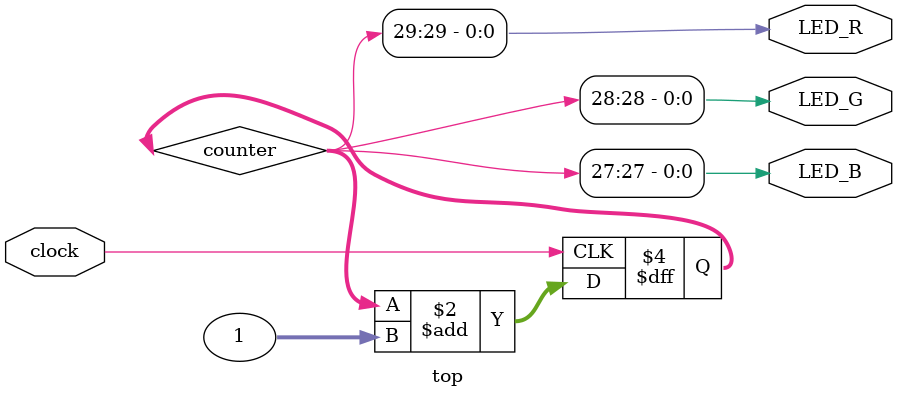
<source format=v>
/* Blink the RGB LED */

module top (
  input clock,
  output LED_R,
  output LED_G,
  output LED_B
);
  reg [31:0] counter=0;

  always@(posedge clock) begin
    counter <= counter +1;
  end

  assign {LED_R,LED_G,LED_B} = counter[29:27];

endmodule

</source>
